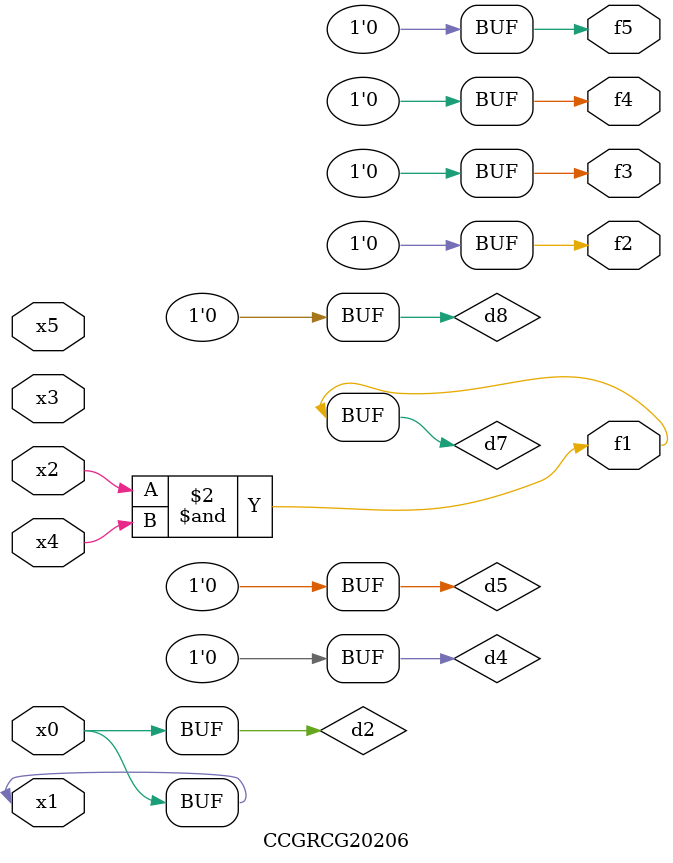
<source format=v>
module CCGRCG20206(
	input x0, x1, x2, x3, x4, x5,
	output f1, f2, f3, f4, f5
);

	wire d1, d2, d3, d4, d5, d6, d7, d8, d9;

	nand (d1, x1);
	buf (d2, x0, x1);
	nand (d3, x2, x4);
	and (d4, d1, d2);
	and (d5, d1, d2);
	nand (d6, d1, d3);
	not (d7, d3);
	xor (d8, d5);
	nor (d9, d5, d6);
	assign f1 = d7;
	assign f2 = d8;
	assign f3 = d8;
	assign f4 = d8;
	assign f5 = d8;
endmodule

</source>
